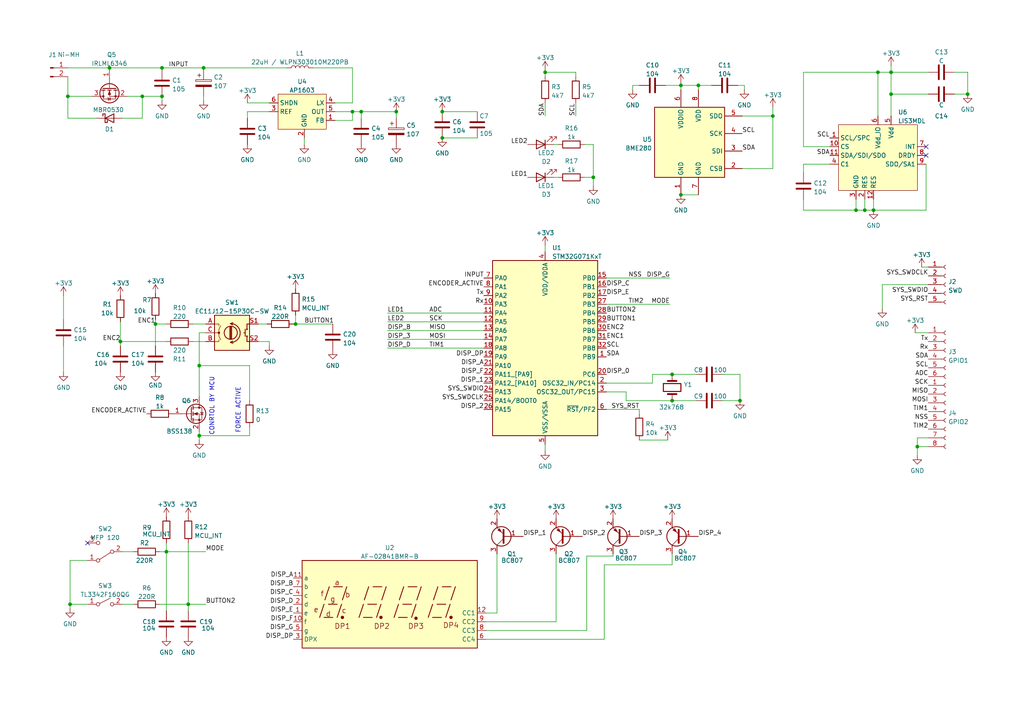
<source format=kicad_sch>
(kicad_sch (version 20211123) (generator eeschema)
  (paper "A4")
  (lib_symbols
    (symbol "BartLib_Sensors:LIS3MDL"
      (property "Reference" "U" (at -10.16 5.08 0))
      (property "Value" "LIS3MDL" (at -7.62 2.54 0))
      (symbol "LIS3MDL_1_1"
        (pin input line (at -11.43 -3.81 0) (length 2.54) (name "SCL/SPC") (number "1"))
        (pin input line (at -11.43 -6.35 0) (length 2.54) (name "CS") (number "10"))
        (pin bidirectional line (at -11.43 -8.89 0) (length 2.54) (name "SDA/SDI/SDO") (number "11"))
        (pin input line (at 1.27 -21.59 90) (length 2.54) (name "RES") (number "12"))
        (pin input line (at -1.27 -21.59 90) (length 2.54) (name "RES") (number "2"))
        (pin power_in line (at -3.81 -21.59 90) (length 2.54) (name "GND") (number "3"))
        (pin bidirectional line (at -11.43 -11.43 0) (length 2.54) (name "C1") (number "4"))
        (pin power_in line (at 6.35 2.54 270) (length 2.54) (name "Vdd") (number "5"))
        (pin power_in line (at 2.54 2.54 270) (length 2.54) (name "Vdd_IO") (number "6"))
        (pin output line (at 16.51 -6.35 180) (length 2.54) (name "INT") (number "7"))
        (pin output line (at 16.51 -8.89 180) (length 2.54) (name "DRDY") (number "8"))
        (pin bidirectional line (at 16.51 -11.43 180) (length 2.54) (name "SDO/SA1") (number "9"))
      )
    )
    (symbol "BartLib_Supply:AP1603"
      (property "Reference" "U" (at 0 7.62 0))
      (property "Value" "AP1603" (at 1.27 5.08 0))
      (symbol "AP1603_1_1"
        (pin input line (at 8.89 -3.81 180) (length 2.54) (name "FB") (number "1"))
        (pin power_in line (at 0 -8.89 90) (length 2.54) (name "GND") (number "2"))
        (pin input line (at -10.16 -1.27 0) (length 2.54) (name "REF") (number "3"))
        (pin output line (at 8.89 1.27 180) (length 2.54) (name "LX") (number "4"))
        (pin power_out line (at 8.89 -1.27 180) (length 2.54) (name "OUT") (number "5"))
        (pin input line (at -10.16 1.27 0) (length 2.54) (name "SHDN") (number "6"))
      )
    )
    (symbol "Connector:Conn_01x02_Male" (pin_names (offset 1.016) hide)
      (property "Reference" "J" (at 0 2.54 0))
      (property "Value" "Conn_01x02_Male" (at 0 -5.08 0))
      (symbol "Conn_01x02_Male_1_1"
        (pin passive line (at 5.08 0 180) (length 3.81) (name "Pin_1") (number "1"))
        (pin passive line (at 5.08 -2.54 180) (length 3.81) (name "Pin_2") (number "2"))
      )
    )
    (symbol "Connector:Conn_01x05_Female" (pin_names (offset 1.016) hide)
      (property "Reference" "J" (at 0 7.62 0))
      (property "Value" "Conn_01x05_Female" (at 0 -7.62 0))
      (symbol "Conn_01x05_Female_1_1"
        (pin passive line (at -5.08 5.08 0) (length 3.81) (name "Pin_1") (number "1"))
        (pin passive line (at -5.08 2.54 0) (length 3.81) (name "Pin_2") (number "2"))
        (pin passive line (at -5.08 0 0) (length 3.81) (name "Pin_3") (number "3"))
        (pin passive line (at -5.08 -2.54 0) (length 3.81) (name "Pin_4") (number "4"))
        (pin passive line (at -5.08 -5.08 0) (length 3.81) (name "Pin_5") (number "5"))
      )
    )
    (symbol "Connector:Conn_01x06_Female" (pin_names (offset 1.016) hide)
      (property "Reference" "J" (at 0 7.62 0))
      (property "Value" "Conn_01x06_Female" (at 0 -10.16 0))
      (symbol "Conn_01x06_Female_1_1"
        (pin passive line (at -5.08 5.08 0) (length 3.81) (name "Pin_1") (number "1"))
        (pin passive line (at -5.08 2.54 0) (length 3.81) (name "Pin_2") (number "2"))
        (pin passive line (at -5.08 0 0) (length 3.81) (name "Pin_3") (number "3"))
        (pin passive line (at -5.08 -2.54 0) (length 3.81) (name "Pin_4") (number "4"))
        (pin passive line (at -5.08 -5.08 0) (length 3.81) (name "Pin_5") (number "5"))
        (pin passive line (at -5.08 -7.62 0) (length 3.81) (name "Pin_6") (number "6"))
      )
    )
    (symbol "Connector:Conn_01x08_Female" (pin_names (offset 1.016) hide)
      (property "Reference" "J" (at 0 10.16 0))
      (property "Value" "Conn_01x08_Female" (at 0 -12.7 0))
      (symbol "Conn_01x08_Female_1_1"
        (pin passive line (at -5.08 7.62 0) (length 3.81) (name "Pin_1") (number "1"))
        (pin passive line (at -5.08 5.08 0) (length 3.81) (name "Pin_2") (number "2"))
        (pin passive line (at -5.08 2.54 0) (length 3.81) (name "Pin_3") (number "3"))
        (pin passive line (at -5.08 0 0) (length 3.81) (name "Pin_4") (number "4"))
        (pin passive line (at -5.08 -2.54 0) (length 3.81) (name "Pin_5") (number "5"))
        (pin passive line (at -5.08 -5.08 0) (length 3.81) (name "Pin_6") (number "6"))
        (pin passive line (at -5.08 -7.62 0) (length 3.81) (name "Pin_7") (number "7"))
        (pin passive line (at -5.08 -10.16 0) (length 3.81) (name "Pin_8") (number "8"))
      )
    )
    (symbol "Device:C" (pin_numbers hide) (pin_names (offset 0.254))
      (property "Reference" "C" (at 0.635 2.54 0))
      (property "Value" "C" (at 0.635 -2.54 0))
      (symbol "C_1_1"
        (pin passive line (at 0 3.81 270) (length 2.794) (name "~") (number "1"))
        (pin passive line (at 0 -3.81 90) (length 2.794) (name "~") (number "2"))
      )
    )
    (symbol "Device:C_Polarized" (pin_numbers hide) (pin_names (offset 0.254))
      (property "Reference" "C" (at 0.635 2.54 0))
      (property "Value" "C_Polarized" (at 0.635 -2.54 0))
      (symbol "C_Polarized_1_1"
        (pin passive line (at 0 3.81 270) (length 2.794) (name "~") (number "1"))
        (pin passive line (at 0 -3.81 90) (length 2.794) (name "~") (number "2"))
      )
    )
    (symbol "Device:Crystal" (pin_numbers hide) (pin_names (offset 1.016) hide)
      (property "Reference" "Y" (at 0 3.81 0))
      (property "Value" "Crystal" (at 0 -3.81 0))
      (symbol "Crystal_1_1"
        (pin passive line (at -3.81 0 0) (length 1.27) (name "1") (number "1"))
        (pin passive line (at 3.81 0 180) (length 1.27) (name "2") (number "2"))
      )
    )
    (symbol "Device:D_Schottky" (pin_numbers hide) (pin_names (offset 1.016) hide)
      (property "Reference" "D" (at 0 2.54 0))
      (property "Value" "D_Schottky" (at 0 -2.54 0))
      (symbol "D_Schottky_1_1"
        (pin passive line (at -3.81 0 0) (length 2.54) (name "K") (number "1"))
        (pin passive line (at 3.81 0 180) (length 2.54) (name "A") (number "2"))
      )
    )
    (symbol "Device:L" (pin_numbers hide) (pin_names (offset 1.016) hide)
      (property "Reference" "L" (at -1.27 0 90))
      (property "Value" "L" (at 1.905 0 90))
      (symbol "L_1_1"
        (pin passive line (at 0 3.81 270) (length 1.27) (name "1") (number "1"))
        (pin passive line (at 0 -3.81 90) (length 1.27) (name "2") (number "2"))
      )
    )
    (symbol "Device:LED" (pin_numbers hide) (pin_names (offset 1.016) hide)
      (property "Reference" "D" (at 0 2.54 0))
      (property "Value" "LED" (at 0 -2.54 0))
      (symbol "LED_1_1"
        (pin passive line (at -3.81 0 0) (length 2.54) (name "K") (number "1"))
        (pin passive line (at 3.81 0 180) (length 2.54) (name "A") (number "2"))
      )
    )
    (symbol "Device:Q_NMOS_GSD" (pin_names (offset 0) hide)
      (property "Reference" "Q" (at 5.08 1.27 0))
      (property "Value" "Q_NMOS_GSD" (at 5.08 -1.27 0))
      (symbol "Q_NMOS_GSD_1_1"
        (pin input line (at -5.08 0 0) (length 2.54) (name "G") (number "1"))
        (pin passive line (at 2.54 -5.08 90) (length 2.54) (name "S") (number "2"))
        (pin passive line (at 2.54 5.08 270) (length 2.54) (name "D") (number "3"))
      )
    )
    (symbol "Device:R" (pin_numbers hide) (pin_names (offset 0))
      (property "Reference" "R" (at 2.032 0 90))
      (property "Value" "R" (at 0 0 90))
      (symbol "R_1_1"
        (pin passive line (at 0 3.81 270) (length 1.27) (name "~") (number "1"))
        (pin passive line (at 0 -3.81 90) (length 1.27) (name "~") (number "2"))
      )
    )
    (symbol "Device:RotaryEncoder_Switch" (pin_names (offset 0.254) hide)
      (property "Reference" "SW" (at 0 6.604 0))
      (property "Value" "RotaryEncoder_Switch" (at 0 -6.604 0))
      (symbol "RotaryEncoder_Switch_1_1"
        (pin passive line (at -7.62 2.54 0) (length 2.54) (name "A") (number "A"))
        (pin passive line (at -7.62 -2.54 0) (length 2.54) (name "B") (number "B"))
        (pin passive line (at -7.62 0 0) (length 2.54) (name "C") (number "C"))
        (pin passive line (at 7.62 2.54 180) (length 2.54) (name "S1") (number "S1"))
        (pin passive line (at 7.62 -2.54 180) (length 2.54) (name "S2") (number "S2"))
      )
    )
    (symbol "Display_Character:CC56-12EWA"
      (property "Reference" "U" (at -24.13 13.97 0))
      (property "Value" "CC56-12EWA" (at 19.05 13.97 0))
      (symbol "CC56-12EWA_0_0"
        (text "a" (at -15.24 6.35 0) (effects (font (size 1.524 1.524))))
        (text "b" (at -12.192 2.794 0) (effects (font (size 1.524 1.524))))
        (text "c" (at -13.208 -1.778 0) (effects (font (size 1.524 1.524))))
        (text "d" (at -17.78 -2.794 0) (effects (font (size 1.524 1.524))))
        (text "DP1" (at -13.716 -6.35 0) (effects (font (size 1.524 1.524))))
        (text "DP2" (at -2.286 -6.35 0) (effects (font (size 1.524 1.524))))
        (text "DP3" (at 7.62 -6.35 0) (effects (font (size 1.524 1.524))))
        (text "DP4" (at 17.78 -6.096 0) (effects (font (size 1.524 1.524))))
        (text "e" (at -21.336 -1.524 0) (effects (font (size 1.524 1.524))))
        (text "f" (at -19.558 3.048 0) (effects (font (size 1.524 1.524))))
        (text "g" (at -16.51 1.524 0) (effects (font (size 1.524 1.524))))
      )
      (symbol "CC56-12EWA_1_1"
        (pin input line (at -27.94 -2.54 0) (length 2.54) (name "e") (number "1"))
        (pin input line (at -27.94 -5.08 0) (length 2.54) (name "f") (number "10"))
        (pin input line (at -27.94 7.62 0) (length 2.54) (name "a") (number "11"))
        (pin input line (at 27.94 -2.54 180) (length 2.54) (name "CC1") (number "12"))
        (pin input line (at -27.94 0 0) (length 2.54) (name "d") (number "2"))
        (pin input line (at -27.94 -10.16 0) (length 2.54) (name "DPX") (number "3"))
        (pin input line (at -27.94 2.54 0) (length 2.54) (name "c") (number "4"))
        (pin input line (at -27.94 -7.62 0) (length 2.54) (name "g") (number "5"))
        (pin input line (at 27.94 -10.16 180) (length 2.54) (name "CC4") (number "6"))
        (pin input line (at -27.94 5.08 0) (length 2.54) (name "b") (number "7"))
        (pin input line (at 27.94 -7.62 180) (length 2.54) (name "CC3") (number "8"))
        (pin input line (at 27.94 -5.08 180) (length 2.54) (name "CC2") (number "9"))
      )
    )
    (symbol "MCU_ST_STM32G0:STM32G071KxT"
      (property "Reference" "U" (at -15.24 26.67 0))
      (property "Value" "STM32G071KxT" (at 1.27 26.67 0))
      (symbol "STM32G071KxT_1_1"
        (pin bidirectional line (at 17.78 -2.54 180) (length 2.54) (name "PB9") (number "1"))
        (pin bidirectional line (at -17.78 12.7 0) (length 2.54) (name "PA3") (number "10"))
        (pin bidirectional line (at -17.78 10.16 0) (length 2.54) (name "PA4") (number "11"))
        (pin bidirectional line (at -17.78 7.62 0) (length 2.54) (name "PA5") (number "12"))
        (pin bidirectional line (at -17.78 5.08 0) (length 2.54) (name "PA6") (number "13"))
        (pin bidirectional line (at -17.78 2.54 0) (length 2.54) (name "PA7") (number "14"))
        (pin bidirectional line (at 17.78 20.32 180) (length 2.54) (name "PB0") (number "15"))
        (pin bidirectional line (at 17.78 17.78 180) (length 2.54) (name "PB1") (number "16"))
        (pin bidirectional line (at 17.78 15.24 180) (length 2.54) (name "PB2") (number "17"))
        (pin bidirectional line (at -17.78 0 0) (length 2.54) (name "PA8") (number "18"))
        (pin bidirectional line (at -17.78 -2.54 0) (length 2.54) (name "PA9") (number "19"))
        (pin bidirectional line (at 17.78 -10.16 180) (length 2.54) (name "OSC32_IN/PC14") (number "2"))
        (pin bidirectional line (at 17.78 -7.62 180) (length 2.54) (name "PC6") (number "20"))
        (pin bidirectional line (at -17.78 -5.08 0) (length 2.54) (name "PA10") (number "21"))
        (pin bidirectional line (at -17.78 -7.62 0) (length 2.54) (name "PA11_[PA9]") (number "22"))
        (pin bidirectional line (at -17.78 -10.16 0) (length 2.54) (name "PA12_[PA10]") (number "23"))
        (pin bidirectional line (at -17.78 -12.7 0) (length 2.54) (name "PA13") (number "24"))
        (pin bidirectional line (at -17.78 -15.24 0) (length 2.54) (name "PA14/BOOT0") (number "25"))
        (pin bidirectional line (at -17.78 -17.78 0) (length 2.54) (name "PA15") (number "26"))
        (pin bidirectional line (at 17.78 12.7 180) (length 2.54) (name "PB3") (number "27"))
        (pin bidirectional line (at 17.78 10.16 180) (length 2.54) (name "PB4") (number "28"))
        (pin bidirectional line (at 17.78 7.62 180) (length 2.54) (name "PB5") (number "29"))
        (pin bidirectional line (at 17.78 -12.7 180) (length 2.54) (name "OSC32_OUT/PC15") (number "3"))
        (pin bidirectional line (at 17.78 5.08 180) (length 2.54) (name "PB6") (number "30"))
        (pin bidirectional line (at 17.78 2.54 180) (length 2.54) (name "PB7") (number "31"))
        (pin bidirectional line (at 17.78 0 180) (length 2.54) (name "PB8") (number "32"))
        (pin power_in line (at 0 27.94 270) (length 2.54) (name "VDD/VDDA") (number "4"))
        (pin power_in line (at 0 -27.94 90) (length 2.54) (name "VSS/VSSA") (number "5"))
        (pin bidirectional line (at 17.78 -17.78 180) (length 2.54) (name "~{RST}/PF2") (number "6"))
        (pin bidirectional line (at -17.78 20.32 0) (length 2.54) (name "PA0") (number "7"))
        (pin bidirectional line (at -17.78 17.78 0) (length 2.54) (name "PA1") (number "8"))
        (pin bidirectional line (at -17.78 15.24 0) (length 2.54) (name "PA2") (number "9"))
      )
    )
    (symbol "Sensor:BME280"
      (property "Reference" "U" (at -8.89 11.43 0))
      (property "Value" "BME280" (at 7.62 11.43 0))
      (symbol "BME280_1_1"
        (pin power_in line (at -2.54 -15.24 90) (length 5.08) (name "GND") (number "1"))
        (pin input line (at 15.24 -7.62 180) (length 5.08) (name "CSB") (number "2"))
        (pin bidirectional line (at 15.24 -2.54 180) (length 5.08) (name "SDI") (number "3"))
        (pin input line (at 15.24 2.54 180) (length 5.08) (name "SCK") (number "4"))
        (pin bidirectional line (at 15.24 7.62 180) (length 5.08) (name "SDO") (number "5"))
        (pin power_in line (at -2.54 15.24 270) (length 5.08) (name "VDDIO") (number "6"))
        (pin power_in line (at 2.54 -15.24 90) (length 5.08) (name "GND") (number "7"))
        (pin power_in line (at 2.54 15.24 270) (length 5.08) (name "VDD") (number "8"))
      )
    )
    (symbol "Switch:SW_SPDT" (pin_names (offset 0) hide)
      (property "Reference" "SW" (at 0 4.318 0))
      (property "Value" "SW_SPDT" (at 0 -5.08 0))
      (symbol "SW_SPDT_1_1"
        (pin passive line (at 5.08 2.54 180) (length 2.54) (name "A") (number "1"))
        (pin passive line (at -5.08 0 0) (length 2.54) (name "B") (number "2"))
        (pin passive line (at 5.08 -2.54 180) (length 2.54) (name "C") (number "3"))
      )
    )
    (symbol "Switch:SW_SPST" (pin_names (offset 0) hide)
      (property "Reference" "SW" (at 0 3.175 0))
      (property "Value" "SW_SPST" (at 0 -2.54 0))
      (symbol "SW_SPST_1_1"
        (pin passive line (at -5.08 0 0) (length 2.54) (name "A") (number "1"))
        (pin passive line (at 5.08 0 180) (length 2.54) (name "B") (number "2"))
      )
    )
    (symbol "Transistor_BJT:BC807" (pin_names (offset 0) hide)
      (property "Reference" "Q" (at 5.08 1.905 0))
      (property "Value" "BC807" (at 5.08 0 0))
      (symbol "BC807_1_1"
        (pin input line (at -5.08 0 0) (length 5.715) (name "B") (number "1"))
        (pin passive line (at 2.54 -5.08 90) (length 2.54) (name "E") (number "2"))
        (pin passive line (at 2.54 5.08 270) (length 2.54) (name "C") (number "3"))
      )
    )
    (symbol "power:+3V3" (power) (pin_names (offset 0))
      (property "Value" "+3V3" (at 0 3.556 0))
      (symbol "+3V3_1_1"
        (pin power_in line (at 0 0 90) (length 0) hide (name "+3V3") (number "1"))
      )
    )
    (symbol "power:GND" (power) (pin_names (offset 0))
      (property "Value" "GND" (at 0 -3.81 0))
      (symbol "GND_1_1"
        (pin power_in line (at 0 0 270) (length 0) hide (name "GND") (number "1"))
      )
    )
  )
  (junction (at 20.32 175.26))
  (junction (at 253.365 60.96))
  (junction (at 85.725 93.98))
  (junction (at 248.285 60.96))
  (junction (at 57.785 126.365))
  (junction (at 254.635 20.955))
  (junction (at 57.785 106.045))
  (junction (at 46.99 27.94))
  (junction (at 59.055 19.685))
  (junction (at 158.115 20.955))
  (junction (at 258.445 27.305))
  (junction (at 46.99 19.685))
  (junction (at 194.945 116.205))
  (junction (at 45.085 93.98))
  (junction (at 41.275 27.94))
  (junction (at 224.155 33.655))
  (junction (at 250.825 60.96))
  (junction (at 172.085 51.435))
  (junction (at 128.27 40.005))
  (junction (at 48.26 160.02))
  (junction (at 280.67 27.305))
  (junction (at 258.445 20.955))
  (junction (at 54.61 175.26))
  (junction (at 197.485 24.765))
  (junction (at 266.065 129.54))
  (junction (at 202.565 24.765))
  (junction (at 31.75 19.685))
  (junction (at 197.485 56.515))
  (junction (at 214.63 116.205))
  (junction (at 114.935 32.385))
  (junction (at 19.685 27.94))
  (junction (at 104.775 32.385))
  (junction (at 102.235 32.385))
  (junction (at 194.945 108.585))
  (junction (at 34.925 99.06))
  (junction (at 128.27 32.385))
  (no_connect (at 268.605 42.545))
  (no_connect (at 268.605 45.085))
  (no_connect (at 25.4 157.48))
  (wire (pts (xy 74.93 93.98) (xy 77.47 93.98)))
  (wire (pts (xy 35.56 34.29) (xy 41.275 34.29)))
  (wire (pts (xy 193.04 24.765) (xy 197.485 24.765)))
  (wire (pts (xy 175.895 80.645) (xy 194.31 80.645)))
  (wire (pts (xy 41.275 34.29) (xy 41.275 27.94)))
  (wire (pts (xy 90.805 19.685) (xy 102.235 19.685)))
  (wire (pts (xy 112.395 90.805) (xy 140.335 90.805)))
  (wire (pts (xy 57.785 126.365) (xy 72.39 126.365)))
  (wire (pts (xy 280.67 20.955) (xy 280.67 27.305)))
  (wire (pts (xy 71.755 29.845) (xy 78.105 29.845)))
  (wire (pts (xy 34.925 100.33) (xy 34.925 99.06)))
  (wire (pts (xy 172.085 51.435) (xy 172.085 53.975)))
  (wire (pts (xy 57.785 125.095) (xy 57.785 126.365)))
  (wire (pts (xy 233.045 57.785) (xy 233.045 60.96)))
  (wire (pts (xy 215.265 33.655) (xy 224.155 33.655)))
  (wire (pts (xy 35.56 160.02) (xy 38.735 160.02)))
  (wire (pts (xy 268.605 60.96) (xy 253.365 60.96)))
  (wire (pts (xy 265.43 96.52) (xy 269.24 96.52)))
  (wire (pts (xy 59.055 19.685) (xy 59.055 20.32)))
  (wire (pts (xy 114.935 32.385) (xy 114.935 34.29)))
  (wire (pts (xy 112.395 100.965) (xy 140.335 100.965)))
  (wire (pts (xy 128.27 32.385) (xy 138.43 32.385)))
  (wire (pts (xy 169.545 51.435) (xy 172.085 51.435)))
  (wire (pts (xy 224.155 33.655) (xy 224.155 31.115)))
  (wire (pts (xy 161.29 160.655) (xy 161.29 180.34)))
  (wire (pts (xy 55.88 93.98) (xy 59.69 93.98)))
  (wire (pts (xy 175.895 118.745) (xy 185.42 118.745)))
  (wire (pts (xy 85.725 91.44) (xy 85.725 93.98)))
  (wire (pts (xy 175.26 185.42) (xy 175.26 163.83)))
  (wire (pts (xy 20.32 162.56) (xy 25.4 162.56)))
  (wire (pts (xy 19.685 34.29) (xy 19.685 27.94)))
  (wire (pts (xy 85.09 93.98) (xy 85.725 93.98)))
  (wire (pts (xy 175.895 113.665) (xy 181.61 113.665)))
  (wire (pts (xy 189.23 111.125) (xy 189.23 108.585)))
  (wire (pts (xy 55.88 99.06) (xy 59.69 99.06)))
  (wire (pts (xy 209.55 108.585) (xy 214.63 108.585)))
  (wire (pts (xy 36.83 27.94) (xy 41.275 27.94)))
  (wire (pts (xy 88.265 40.005) (xy 88.265 41.91)))
  (wire (pts (xy 71.755 32.385) (xy 78.105 32.385)))
  (wire (pts (xy 45.085 92.71) (xy 45.085 93.98)))
  (wire (pts (xy 194.945 108.585) (xy 201.93 108.585)))
  (wire (pts (xy 202.565 24.765) (xy 202.565 26.035)))
  (wire (pts (xy 248.285 57.785) (xy 248.285 60.96)))
  (wire (pts (xy 169.545 41.91) (xy 172.085 41.91)))
  (wire (pts (xy 158.115 71.12) (xy 158.115 73.025)))
  (wire (pts (xy 175.895 88.265) (xy 194.31 88.265)))
  (wire (pts (xy 104.775 32.385) (xy 104.775 34.29)))
  (wire (pts (xy 31.75 19.685) (xy 46.99 19.685)))
  (wire (pts (xy 34.925 93.345) (xy 34.925 99.06)))
  (wire (pts (xy 18.415 85.725) (xy 18.415 92.71)))
  (wire (pts (xy 266.065 129.54) (xy 269.24 129.54)))
  (wire (pts (xy 197.485 24.13) (xy 197.485 24.765)))
  (wire (pts (xy 41.275 27.94) (xy 46.99 27.94)))
  (wire (pts (xy 112.395 98.425) (xy 140.335 98.425)))
  (wire (pts (xy 158.115 20.32) (xy 158.115 20.955)))
  (wire (pts (xy 181.61 116.205) (xy 194.945 116.205)))
  (wire (pts (xy 102.235 19.685) (xy 102.235 29.845)))
  (wire (pts (xy 45.085 93.98) (xy 45.085 100.33)))
  (wire (pts (xy 255.905 82.55) (xy 269.24 82.55)))
  (wire (pts (xy 172.085 41.91) (xy 172.085 51.435)))
  (wire (pts (xy 74.93 99.06) (xy 78.105 99.06)))
  (wire (pts (xy 158.115 29.845) (xy 158.115 33.655)))
  (wire (pts (xy 102.235 32.385) (xy 104.775 32.385)))
  (wire (pts (xy 31.75 19.685) (xy 31.75 20.32)))
  (wire (pts (xy 250.825 57.785) (xy 250.825 60.96)))
  (wire (pts (xy 258.445 27.305) (xy 269.24 27.305)))
  (wire (pts (xy 215.9 26.035) (xy 215.9 24.765)))
  (wire (pts (xy 215.265 48.895) (xy 224.155 48.895)))
  (wire (pts (xy 267.335 77.47) (xy 269.24 77.47)))
  (wire (pts (xy 20.32 175.26) (xy 25.4 175.26)))
  (wire (pts (xy 276.86 20.955) (xy 280.67 20.955)))
  (wire (pts (xy 140.97 177.8) (xy 144.145 177.8)))
  (wire (pts (xy 72.39 106.045) (xy 57.785 106.045)))
  (wire (pts (xy 160.655 41.91) (xy 161.925 41.91)))
  (wire (pts (xy 258.445 33.655) (xy 258.445 27.305)))
  (wire (pts (xy 197.485 24.765) (xy 202.565 24.765)))
  (wire (pts (xy 140.97 185.42) (xy 175.26 185.42)))
  (wire (pts (xy 253.365 57.785) (xy 253.365 60.96)))
  (wire (pts (xy 102.235 32.385) (xy 97.155 32.385)))
  (wire (pts (xy 189.23 108.585) (xy 194.945 108.585)))
  (wire (pts (xy 248.285 60.96) (xy 250.825 60.96)))
  (wire (pts (xy 215.9 24.765) (xy 213.995 24.765)))
  (wire (pts (xy 72.39 106.045) (xy 72.39 116.205)))
  (wire (pts (xy 183.515 26.035) (xy 183.515 24.765)))
  (wire (pts (xy 140.97 180.34) (xy 161.29 180.34)))
  (wire (pts (xy 167.005 29.845) (xy 167.005 33.655)))
  (wire (pts (xy 85.725 93.98) (xy 96.52 93.98)))
  (wire (pts (xy 46.355 160.02) (xy 48.26 160.02)))
  (wire (pts (xy 140.97 182.88) (xy 170.18 182.88)))
  (wire (pts (xy 48.26 160.02) (xy 59.69 160.02)))
  (wire (pts (xy 104.775 32.385) (xy 114.935 32.385)))
  (wire (pts (xy 175.895 111.125) (xy 189.23 111.125)))
  (wire (pts (xy 57.785 126.365) (xy 57.785 127.635)))
  (wire (pts (xy 46.99 19.685) (xy 59.055 19.685)))
  (wire (pts (xy 46.99 27.94) (xy 46.99 29.21)))
  (wire (pts (xy 158.115 20.955) (xy 158.115 22.225)))
  (wire (pts (xy 254.635 20.955) (xy 258.445 20.955)))
  (wire (pts (xy 57.785 106.045) (xy 57.785 114.935)))
  (wire (pts (xy 72.39 126.365) (xy 72.39 123.825)))
  (wire (pts (xy 266.065 127) (xy 269.24 127)))
  (wire (pts (xy 112.395 95.885) (xy 140.335 95.885)))
  (wire (pts (xy 18.415 100.33) (xy 18.415 107.95)))
  (wire (pts (xy 78.105 99.06) (xy 78.105 100.33)))
  (wire (pts (xy 35.56 175.26) (xy 38.735 175.26)))
  (wire (pts (xy 57.785 96.52) (xy 57.785 106.045)))
  (wire (pts (xy 97.155 34.925) (xy 102.235 34.925)))
  (wire (pts (xy 197.485 24.765) (xy 197.485 26.035)))
  (wire (pts (xy 128.27 40.005) (xy 138.43 40.005)))
  (wire (pts (xy 20.32 176.53) (xy 20.32 175.26)))
  (wire (pts (xy 112.395 93.345) (xy 140.335 93.345)))
  (wire (pts (xy 233.045 42.545) (xy 233.045 20.955)))
  (wire (pts (xy 45.085 93.98) (xy 48.26 93.98)))
  (wire (pts (xy 181.61 113.665) (xy 181.61 116.205)))
  (wire (pts (xy 160.655 51.435) (xy 161.925 51.435)))
  (wire (pts (xy 59.055 27.94) (xy 59.055 29.21)))
  (wire (pts (xy 54.61 175.26) (xy 54.61 177.165)))
  (wire (pts (xy 183.515 24.765) (xy 185.42 24.765)))
  (wire (pts (xy 185.42 118.745) (xy 185.42 120.015)))
  (wire (pts (xy 250.825 60.96) (xy 253.365 60.96)))
  (wire (pts (xy 197.485 56.515) (xy 202.565 56.515)))
  (wire (pts (xy 34.925 99.06) (xy 48.26 99.06)))
  (wire (pts (xy 167.005 20.955) (xy 167.005 22.225)))
  (wire (pts (xy 46.355 175.26) (xy 54.61 175.26)))
  (wire (pts (xy 214.63 108.585) (xy 214.63 116.205)))
  (wire (pts (xy 177.8 161.29) (xy 177.8 160.655)))
  (wire (pts (xy 19.685 19.685) (xy 31.75 19.685)))
  (wire (pts (xy 185.42 127.635) (xy 193.675 127.635)))
  (wire (pts (xy 266.065 132.08) (xy 266.065 129.54)))
  (wire (pts (xy 233.045 50.165) (xy 233.045 47.625)))
  (wire (pts (xy 158.115 128.905) (xy 158.115 130.81)))
  (wire (pts (xy 258.445 27.305) (xy 258.445 20.955)))
  (wire (pts (xy 175.26 163.83) (xy 194.945 163.83)))
  (wire (pts (xy 268.605 47.625) (xy 268.605 60.96)))
  (wire (pts (xy 254.635 33.655) (xy 254.635 20.955)))
  (wire (pts (xy 255.905 82.55) (xy 255.905 89.535)))
  (wire (pts (xy 102.235 34.925) (xy 102.235 32.385)))
  (wire (pts (xy 59.055 19.685) (xy 83.185 19.685)))
  (wire (pts (xy 20.32 175.26) (xy 20.32 162.56)))
  (wire (pts (xy 258.445 20.955) (xy 269.24 20.955)))
  (wire (pts (xy 170.18 182.88) (xy 170.18 161.29)))
  (wire (pts (xy 48.26 160.02) (xy 48.26 177.165)))
  (wire (pts (xy 258.445 19.05) (xy 258.445 20.955)))
  (wire (pts (xy 240.665 42.545) (xy 233.045 42.545)))
  (wire (pts (xy 194.945 163.83) (xy 194.945 160.655)))
  (wire (pts (xy 276.86 27.305) (xy 280.67 27.305)))
  (wire (pts (xy 57.785 96.52) (xy 59.69 96.52)))
  (wire (pts (xy 209.55 116.205) (xy 214.63 116.205)))
  (wire (pts (xy 233.045 60.96) (xy 248.285 60.96)))
  (wire (pts (xy 224.155 33.655) (xy 224.155 48.895)))
  (wire (pts (xy 233.045 20.955) (xy 254.635 20.955)))
  (wire (pts (xy 54.61 157.48) (xy 54.61 175.26)))
  (wire (pts (xy 266.065 129.54) (xy 266.065 127)))
  (wire (pts (xy 194.945 116.205) (xy 201.93 116.205)))
  (wire (pts (xy 71.755 34.29) (xy 71.755 32.385)))
  (wire (pts (xy 48.26 157.48) (xy 48.26 160.02)))
  (wire (pts (xy 233.045 47.625) (xy 240.665 47.625)))
  (wire (pts (xy 144.145 160.655) (xy 144.145 177.8)))
  (wire (pts (xy 27.94 34.29) (xy 19.685 34.29)))
  (wire (pts (xy 102.235 29.845) (xy 97.155 29.845)))
  (wire (pts (xy 54.61 175.26) (xy 59.69 175.26)))
  (wire (pts (xy 158.115 20.955) (xy 167.005 20.955)))
  (wire (pts (xy 19.685 22.225) (xy 19.685 27.94)))
  (wire (pts (xy 46.99 19.685) (xy 46.99 20.32)))
  (wire (pts (xy 170.18 161.29) (xy 177.8 161.29)))
  (wire (pts (xy 202.565 24.765) (xy 206.375 24.765)))
  (wire (pts (xy 19.685 27.94) (xy 26.67 27.94)))
  (text "FORCE ACTIVE" (at 69.85 125.73 90) (effects (font (size 1.27 1.27)) (justify left bottom)))
  (text "CONRTOL BY MCU" (at 62.23 126.365 90) (effects (font (size 1.27 1.27)) (justify left bottom)))
  (label "BUTTON1" (at 175.895 93.345 0))
  (label "DISP_DP" (at 85.09 185.42 180))
  (label "BUTTON1" (at 88.265 93.98 0))
  (label "ADC" (at 269.24 109.22 180))
  (label "DISP_3" (at 185.42 155.575 0))
  (label "DISP_0" (at 175.895 108.585 0))
  (label "LED1" (at 112.395 90.805 0))
  (label "DISP_C" (at 85.09 172.72 180))
  (label "ENC2" (at 34.925 99.06 180))
  (label "SCL" (at 175.895 100.965 0))
  (label "SYS_SWDIO" (at 269.24 85.09 180))
  (label "TIM2" (at 182.245 88.265 0))
  (label "INPUT" (at 140.335 80.645 180))
  (label "ENC1" (at 175.895 98.425 0))
  (label "DISP_A" (at 140.335 106.045 180))
  (label "ENCODER_ACTIVE" (at 140.335 83.185 180))
  (label "SCL" (at 167.005 33.655 90))
  (label "BUTTON2" (at 175.895 90.805 0))
  (label "SYS_SWDIO" (at 140.335 113.665 180))
  (label "MISO" (at 269.24 114.3 180))
  (label "Rx" (at 140.335 88.265 180))
  (label "DISP_F" (at 85.09 180.34 180))
  (label "BUTTON2" (at 59.69 175.26 0))
  (label "DISP_DP" (at 140.335 103.505 180))
  (label "DISP_A" (at 85.09 167.64 180))
  (label "SCK" (at 269.24 111.76 180))
  (label "DISP_G" (at 85.09 182.88 180))
  (label "DISP_4" (at 202.565 155.575 0))
  (label "Tx" (at 269.24 99.06 180))
  (label "TIM1" (at 124.46 100.965 0))
  (label "LED1" (at 153.035 51.435 180))
  (label "DISP_3" (at 112.395 98.425 0))
  (label "Tx" (at 140.335 85.725 180))
  (label "DISP_E" (at 85.09 177.8 180))
  (label "ENCODER_ACTIVE" (at 42.545 120.015 180))
  (label "SYS_RST" (at 269.24 87.63 180))
  (label "DISP_C" (at 175.895 83.185 0))
  (label "Rx" (at 269.24 101.6 180))
  (label "DISP_B" (at 112.395 95.885 0))
  (label "TIM1" (at 269.24 119.38 180))
  (label "SDA" (at 269.24 104.14 180))
  (label "DISP_D" (at 85.09 175.26 180))
  (label "MODE" (at 59.69 160.02 0))
  (label "SCL" (at 240.665 40.005 180))
  (label "DISP_E" (at 175.895 85.725 0))
  (label "SDA" (at 240.665 45.085 180))
  (label "DISP_1" (at 151.765 155.575 0))
  (label "DISP_F" (at 140.335 108.585 180))
  (label "SCL" (at 215.265 38.735 0))
  (label "SDA" (at 175.895 103.505 0))
  (label "DISP_2" (at 168.91 155.575 0))
  (label "ADC" (at 124.46 90.805 0))
  (label "ENC1" (at 45.085 93.98 180))
  (label "TIM2" (at 269.24 124.46 180))
  (label "INPUT" (at 48.895 19.685 0))
  (label "LED2" (at 153.035 41.91 180))
  (label "DISP_G" (at 194.31 80.645 180))
  (label "SCL" (at 269.24 106.68 180))
  (label "ENC2" (at 175.895 95.885 0))
  (label "NSS" (at 182.245 80.645 0))
  (label "LED2" (at 112.395 93.345 0))
  (label "MOSI" (at 269.24 116.84 180))
  (label "NSS" (at 269.24 121.92 180))
  (label "MISO" (at 124.46 95.885 0))
  (label "SCK" (at 124.46 93.345 0))
  (label "DISP_2" (at 140.335 118.745 180))
  (label "SDA" (at 215.265 43.815 0))
  (label "SYS_RST" (at 185.42 118.745 180))
  (label "DISP_1" (at 140.335 111.125 180))
  (label "SDA" (at 158.115 33.655 90))
  (label "MODE" (at 194.31 88.265 180))
  (label "DISP_D" (at 112.395 100.965 0))
  (label "SYS_SWDCLK" (at 269.24 80.01 180))
  (label "SYS_SWDCLK" (at 140.335 116.205 180))
  (label "MOSI" (at 124.46 98.425 0))
  (label "DISP_B" (at 85.09 170.18 180))
  (symbol (lib_id "Device:C") (at 273.05 27.305 90) (unit 1)
    (property "Reference" "C14" (at 273.05 33.655 90))
    (property "Value" "C" (at 273.05 30.48 90))
    (property "Footprint" "Capacitor_SMD:C_0603_1608Metric" (effects hide))
  )
  (symbol (lib_id "power:+3V3") (at 193.675 127.635 0) (unit 1)
    (property "Reference" "#PWR0119" (effects hide))
    (property "Value" "+3V3" (at 193.675 124.0592 0))
  )
  (symbol (lib_id "Device:C") (at 189.23 24.765 270) (unit 1)
    (property "Reference" "C10" (at 189.23 18.9062 90))
    (property "Value" "104" (at 189.23 21.4431 90))
    (property "Footprint" "Capacitor_SMD:C_0603_1608Metric" (effects hide))
  )
  (symbol (lib_id "Device:R") (at 52.07 99.06 90) (unit 1)
    (property "Reference" "R11" (at 52.07 104.14 90))
    (property "Value" "220" (at 52.07 101.6 90))
    (property "Footprint" "Resistor_SMD:R_0603_1608Metric" (effects hide))
  )
  (symbol (lib_id "power:GND") (at 57.785 127.635 0) (unit 1)
    (property "Reference" "#PWR0139" (effects hide))
    (property "Value" "GND" (at 57.785 132.0784 0))
  )
  (symbol (lib_id "power:GND") (at 54.61 184.785 0) (unit 1)
    (property "Reference" "#PWR0143" (effects hide))
    (property "Value" "GND" (at 54.61 189.2284 0))
  )
  (symbol (lib_id "Device:C_Polarized") (at 114.935 38.1 0) (unit 1)
    (property "Reference" "C5" (at 117.856 36.3763 0) (effects (justify left)))
    (property "Value" "107" (at 117.856 38.9132 0) (effects (justify left)))
    (property "Footprint" "Capacitor_THT:CP_Radial_D8.0mm_P3.50mm" (effects hide))
  )
  (symbol (lib_id "Device:R") (at 46.355 120.015 90) (unit 1)
    (property "Reference" "R8" (at 46.355 115.2992 90))
    (property "Value" "1k" (at 46.355 117.8361 90))
    (property "Footprint" "Resistor_SMD:R_0603_1608Metric" (effects hide))
  )
  (symbol (lib_id "power:GND") (at 215.9 26.035 0) (unit 1)
    (property "Reference" "#PWR0126" (effects hide))
    (property "Value" "GND" (at 215.9 30.4784 0))
  )
  (symbol (lib_id "Connector:Conn_01x08_Female") (at 274.32 119.38 0) (unit 1)
    (property "Reference" "J4" (at 275.0312 119.8153 0) (effects (justify left)))
    (property "Value" "GPIO2" (at 275.0312 122.3522 0) (effects (justify left)))
    (property "Footprint" "Connector_PinHeader_2.54mm:PinHeader_1x08_P2.54mm_Vertical" (effects hide))
  )
  (symbol (lib_id "Switch:SW_SPDT") (at 30.48 160.02 180) (unit 1)
    (property "Reference" "SW2" (at 30.48 153.3992 0))
    (property "Value" "MFP 120" (at 30.48 155.9361 0))
    (property "Footprint" "BartLib_Switch:MFP 120" (effects hide))
  )
  (symbol (lib_id "Device:C_Polarized") (at 59.055 24.13 0) (unit 1)
    (property "Reference" "C2" (at 61.976 22.4063 0) (effects (justify left)))
    (property "Value" "107" (at 61.976 24.9432 0) (effects (justify left)))
    (property "Footprint" "Capacitor_THT:CP_Radial_D8.0mm_P3.50mm" (effects hide))
  )
  (symbol (lib_id "power:GND") (at 48.26 184.785 0) (unit 1)
    (property "Reference" "#PWR0144" (effects hide))
    (property "Value" "GND" (at 48.26 189.2284 0))
  )
  (symbol (lib_id "Device:C") (at 233.045 53.975 0) (unit 1)
    (property "Reference" "C12" (at 235.966 53.1403 0) (effects (justify left)))
    (property "Value" "104" (at 235.966 55.6772 0) (effects (justify left)))
    (property "Footprint" "Capacitor_SMD:C_0603_1608Metric" (effects hide))
  )
  (symbol (lib_id "Display_Character:CC56-12EWA") (at 113.03 175.26 0) (unit 1)
    (property "Reference" "U2" (at 113.03 158.8602 0))
    (property "Value" "AF-02841BMR-B" (at 113.03 161.3971 0))
    (property "Footprint" "BartLib_Display:LED 7.2mm SMD" (effects hide))
    (property "Datasheet" "http://www.kingbrightusa.com/images/catalog/SPEC/CA56-12EWA.pdf" (effects hide))
  )
  (symbol (lib_id "power:+3V3") (at 48.26 149.86 0) (unit 1)
    (property "Reference" "#PWR0145" (effects hide))
    (property "Value" "+3V3" (at 48.26 146.2842 0))
  )
  (symbol (lib_id "Device:R") (at 52.07 93.98 90) (unit 1)
    (property "Reference" "R10" (at 52.07 89.2642 90))
    (property "Value" "220" (at 52.07 91.8011 90))
    (property "Footprint" "Resistor_SMD:R_0603_1608Metric" (effects hide))
  )
  (symbol (lib_id "power:GND") (at 20.32 176.53 0) (unit 1)
    (property "Reference" "#PWR0147" (effects hide))
    (property "Value" "GND" (at 20.32 180.9734 0))
  )
  (symbol (lib_id "Device:C") (at 71.755 38.1 0) (unit 1)
    (property "Reference" "C3" (at 74.676 37.2653 0) (effects (justify left)))
    (property "Value" "104" (at 74.676 39.8022 0) (effects (justify left)))
    (property "Footprint" "Capacitor_SMD:C_0603_1608Metric" (effects hide))
  )
  (symbol (lib_id "MCU_ST_STM32G0:STM32G071KxT") (at 158.115 100.965 0) (unit 1)
    (property "Reference" "U1" (at 160.1344 71.8652 0) (effects (justify left)))
    (property "Value" "STM32G071KxT" (at 160.1344 74.4021 0) (effects (justify left)))
    (property "Footprint" "Package_QFP:LQFP-32_7x7mm_P0.8mm" (effects hide))
    (property "Datasheet" "https://www.st.com/resource/en/datasheet/stm32g071kb.pdf" (effects hide))
  )
  (symbol (lib_id "Device:R") (at 48.26 153.67 0) (unit 1)
    (property "Reference" "R9" (at 41.275 153.035 0) (effects (justify left)))
    (property "Value" "MCU_INT" (at 41.275 154.94 0) (effects (justify left)))
    (property "Footprint" "Resistor_SMD:R_0603_1608Metric" (effects hide))
  )
  (symbol (lib_id "power:+3V3") (at 224.155 31.115 0) (unit 1)
    (property "Reference" "#PWR0127" (effects hide))
    (property "Value" "+3V3" (at 224.155 27.5392 0))
  )
  (symbol (lib_id "power:+3V3") (at 34.925 85.725 0) (unit 1)
    (property "Reference" "#PWR0140" (effects hide))
    (property "Value" "+3V3" (at 34.925 82.1492 0))
  )
  (symbol (lib_id "Device:Crystal") (at 194.945 112.395 90) (unit 1)
    (property "Reference" "Y1" (at 198.2724 111.5603 90) (effects (justify right)))
    (property "Value" "32k768" (at 191.135 118.11 90) (effects (justify right)))
    (property "Footprint" "Crystal:Crystal_C26-LF_D2.1mm_L6.5mm_Horizontal_1EP_style1" (effects hide))
  )
  (symbol (lib_id "power:+3V3") (at 177.8 150.495 0) (unit 1)
    (property "Reference" "#PWR0109" (effects hide))
    (property "Value" "+3V3" (at 177.8 146.939 0))
  )
  (symbol (lib_id "power:GND") (at 253.365 60.96 0) (unit 1)
    (property "Reference" "#PWR0122" (effects hide))
    (property "Value" "GND" (at 253.365 65.4034 0))
  )
  (symbol (lib_id "power:+3V3") (at 197.485 24.13 0) (unit 1)
    (property "Reference" "#PWR0123" (effects hide))
    (property "Value" "+3V3" (at 197.485 20.5542 0))
  )
  (symbol (lib_id "Device:R") (at 165.735 41.91 90) (unit 1)
    (property "Reference" "R16" (at 165.735 37.1942 90))
    (property "Value" "1k" (at 165.735 39.7311 90))
    (property "Footprint" "Resistor_SMD:R_0603_1608Metric" (effects hide))
  )
  (symbol (lib_id "BartLib_Sensors:LIS3MDL") (at 252.095 36.195 0) (unit 1)
    (property "Reference" "U6" (at 260.4644 32.546 0) (effects (justify left)))
    (property "Value" "LIS3MDL" (at 260.4644 35.0829 0) (effects (justify left)))
    (property "Footprint" "Package_LGA:LGA-12_2x2mm_P0.5mm" (effects hide))
  )
  (symbol (lib_id "Device:R") (at 54.61 153.67 0) (unit 1)
    (property "Reference" "R12" (at 56.388 152.8353 0) (effects (justify left)))
    (property "Value" "MCU_INT" (at 56.388 155.3722 0) (effects (justify left)))
    (property "Footprint" "Resistor_SMD:R_0603_1608Metric" (effects hide))
  )
  (symbol (lib_id "power:GND") (at 104.775 41.91 0) (unit 1)
    (property "Reference" "#PWR0113" (effects hide))
    (property "Value" "GND" (at 104.775 46.3534 0))
  )
  (symbol (lib_id "Device:C") (at 54.61 180.975 0) (unit 1)
    (property "Reference" "C19" (at 57.785 180.34 0) (effects (justify left)))
    (property "Value" "104" (at 58.42 182.245 0) (effects (justify left)))
    (property "Footprint" "Capacitor_SMD:C_0603_1608Metric" (effects hide))
  )
  (symbol (lib_id "power:GND") (at 78.105 100.33 0) (unit 1)
    (property "Reference" "#PWR0138" (effects hide))
    (property "Value" "GND" (at 78.105 104.7734 0))
  )
  (symbol (lib_id "Device:LED") (at 156.845 41.91 180) (unit 1)
    (property "Reference" "D2" (at 158.4325 46.8798 0))
    (property "Value" "LED2" (at 158.4325 44.3429 0))
    (property "Footprint" "LED_SMD:LED_0603_1608Metric" (effects hide))
  )
  (symbol (lib_id "power:GND") (at 88.265 41.91 0) (unit 1)
    (property "Reference" "#PWR0102" (effects hide))
    (property "Value" "GND" (at 88.265 46.3534 0))
  )
  (symbol (lib_id "Device:R") (at 45.085 88.9 0) (unit 1)
    (property "Reference" "R7" (at 41.275 86.995 0) (effects (justify left)))
    (property "Value" "10k" (at 38.735 90.17 0) (effects (justify left)))
    (property "Footprint" "Resistor_SMD:R_0603_1608Metric" (effects hide))
  )
  (symbol (lib_id "Device:C") (at 18.415 96.52 0) (unit 1)
    (property "Reference" "C15" (at 21.336 95.6853 0) (effects (justify left)))
    (property "Value" "104" (at 21.336 98.2222 0) (effects (justify left)))
    (property "Footprint" "Capacitor_SMD:C_0603_1608Metric" (effects hide))
  )
  (symbol (lib_id "Connector:Conn_01x06_Female") (at 274.32 101.6 0) (unit 1)
    (property "Reference" "J3" (at 275.0312 102.0353 0) (effects (justify left)))
    (property "Value" "GPIO1" (at 275.0312 104.5722 0) (effects (justify left)))
    (property "Footprint" "Connector_PinHeader_2.54mm:PinHeader_1x06_P2.54mm_Vertical" (effects hide))
  )
  (symbol (lib_id "Device:C") (at 205.74 116.205 90) (unit 1)
    (property "Reference" "C9" (at 202.565 114.935 90))
    (property "Value" "100" (at 208.915 114.935 90))
    (property "Footprint" "Capacitor_SMD:C_0603_1608Metric" (effects hide))
  )
  (symbol (lib_id "power:+3V3") (at 114.935 32.385 0) (unit 1)
    (property "Reference" "#PWR0112" (effects hide))
    (property "Value" "+3V3" (at 114.935 28.8092 0))
  )
  (symbol (lib_id "power:+3V3") (at 144.145 150.495 0) (unit 1)
    (property "Reference" "#PWR0110" (effects hide))
    (property "Value" "+3V3" (at 144.145 146.9192 0))
  )
  (symbol (lib_id "power:GND") (at 266.065 132.08 0) (unit 1)
    (property "Reference" "#PWR0130" (effects hide))
    (property "Value" "GND" (at 266.065 136.5234 0))
  )
  (symbol (lib_id "power:GND") (at 71.755 41.91 0) (unit 1)
    (property "Reference" "#PWR0101" (effects hide))
    (property "Value" "GND" (at 71.755 46.3534 0))
  )
  (symbol (lib_id "Connector:Conn_01x05_Female") (at 274.32 82.55 0) (unit 1)
    (property "Reference" "J2" (at 275.0312 81.7153 0) (effects (justify left)))
    (property "Value" "SWD" (at 275.0312 84.2522 0) (effects (justify left)))
    (property "Footprint" "Connector_PinHeader_1.27mm:PinHeader_1x05_P1.27mm_Vertical" (effects hide))
  )
  (symbol (lib_id "Device:C") (at 273.05 20.955 90) (unit 1)
    (property "Reference" "C13" (at 273.05 15.0962 90))
    (property "Value" "C" (at 273.05 17.6331 90))
    (property "Footprint" "Capacitor_SMD:C_0603_1608Metric" (effects hide))
  )
  (symbol (lib_id "power:+3V3") (at 258.445 19.05 0) (unit 1)
    (property "Reference" "#PWR0121" (effects hide))
    (property "Value" "+3V3" (at 258.445 15.4742 0))
  )
  (symbol (lib_id "power:+3V3") (at 161.29 150.495 0) (unit 1)
    (property "Reference" "#PWR0111" (effects hide))
    (property "Value" "+3V3" (at 161.29 146.939 0))
  )
  (symbol (lib_id "power:GND") (at 158.115 130.81 0) (unit 1)
    (property "Reference" "#PWR0132" (effects hide))
    (property "Value" "GND" (at 158.115 135.2534 0))
  )
  (symbol (lib_id "power:GND") (at 114.935 41.91 0) (unit 1)
    (property "Reference" "#PWR0114" (effects hide))
    (property "Value" "GND" (at 114.935 46.3534 0))
  )
  (symbol (lib_id "Device:R") (at 34.925 89.535 0) (unit 1)
    (property "Reference" "R1" (at 31.115 88.265 0))
    (property "Value" "10k" (at 31.115 90.805 0))
    (property "Footprint" "Resistor_SMD:R_0603_1608Metric" (effects hide))
  )
  (symbol (lib_id "Transistor_BJT:BC807") (at 180.34 155.575 180) (unit 1)
    (property "Reference" "Q3" (at 182.245 160.02 0) (effects (justify left)))
    (property "Value" "BC807" (at 184.785 161.925 0) (effects (justify left)))
    (property "Footprint" "Package_TO_SOT_SMD:SOT-23" (effects hide))
    (property "Datasheet" "https://www.onsemi.com/pub/Collateral/BC808-D.pdf" (effects hide))
  )
  (symbol (lib_id "Device:LED") (at 156.845 51.435 180) (unit 1)
    (property "Reference" "D3" (at 158.4325 56.4048 0))
    (property "Value" "LED1" (at 158.4325 53.8679 0))
    (property "Footprint" "LED_SMD:LED_0603_1608Metric" (effects hide))
  )
  (symbol (lib_id "Device:C") (at 205.74 108.585 90) (unit 1)
    (property "Reference" "C8" (at 202.565 107.315 90))
    (property "Value" "100" (at 208.915 107.315 90))
    (property "Footprint" "Capacitor_SMD:C_0603_1608Metric" (effects hide))
  )
  (symbol (lib_id "power:GND") (at 46.99 29.21 0) (unit 1)
    (property "Reference" "#PWR0104" (effects hide))
    (property "Value" "GND" (at 46.99 33.6534 0))
  )
  (symbol (lib_id "power:GND") (at 172.085 53.975 0) (unit 1)
    (property "Reference" "#PWR0131" (effects hide))
    (property "Value" "GND" (at 172.085 58.4184 0))
  )
  (symbol (lib_id "power:+3V3") (at 45.085 85.09 0) (unit 1)
    (property "Reference" "#PWR0142" (effects hide))
    (property "Value" "+3V3" (at 45.085 81.534 0))
  )
  (symbol (lib_id "power:GND") (at 280.67 27.305 0) (unit 1)
    (property "Reference" "#PWR0120" (effects hide))
    (property "Value" "GND" (at 280.67 31.7484 0))
  )
  (symbol (lib_id "power:GND") (at 45.085 107.95 0) (unit 1)
    (property "Reference" "#PWR0134" (effects hide))
    (property "Value" "GND" (at 45.085 111.76 0))
  )
  (symbol (lib_id "power:GND") (at 255.905 89.535 0) (unit 1)
    (property "Reference" "#PWR0129" (effects hide))
    (property "Value" "GND" (at 255.905 93.9784 0))
  )
  (symbol (lib_id "power:+3V3") (at 71.755 29.845 0) (unit 1)
    (property "Reference" "#PWR0105" (effects hide))
    (property "Value" "+3V3" (at 71.755 26.2692 0))
  )
  (symbol (lib_id "Device:R") (at 85.725 87.63 0) (unit 1)
    (property "Reference" "R15" (at 87.503 86.7953 0) (effects (justify left)))
    (property "Value" "MCU_INT" (at 87.503 89.3322 0) (effects (justify left)))
    (property "Footprint" "Resistor_SMD:R_0603_1608Metric" (effects hide))
  )
  (symbol (lib_id "power:+3V3") (at 267.335 77.47 0) (unit 1)
    (property "Reference" "#PWR0103" (effects hide))
    (property "Value" "+3V3" (at 267.335 73.8942 0))
  )
  (symbol (lib_id "power:GND") (at 214.63 116.205 0) (unit 1)
    (property "Reference" "#PWR0118" (effects hide))
    (property "Value" "GND" (at 214.63 120.6484 0))
  )
  (symbol (lib_id "Device:Q_NMOS_GSD") (at 31.75 25.4 90) (mirror x) (unit 1)
    (property "Reference" "Q5" (at 32.385 15.875 90))
    (property "Value" "IRLML6346" (at 31.75 18.415 90))
    (property "Footprint" "Package_TO_SOT_SMD:SOT-23" (effects hide))
  )
  (symbol (lib_id "Device:R") (at 167.005 26.035 0) (unit 1)
    (property "Reference" "R5" (at 168.783 25.2003 0) (effects (justify left)))
    (property "Value" "4k7" (at 168.783 27.7372 0) (effects (justify left)))
    (property "Footprint" "Resistor_SMD:R_0603_1608Metric" (effects hide))
  )
  (symbol (lib_id "power:+3V3") (at 85.725 83.82 0) (unit 1)
    (property "Reference" "#PWR0133" (effects hide))
    (property "Value" "+3V3" (at 85.725 80.2442 0))
  )
  (symbol (lib_id "power:GND") (at 34.925 107.95 0) (unit 1)
    (property "Reference" "#PWR0135" (effects hide))
    (property "Value" "GND" (at 34.925 112.3934 0))
  )
  (symbol (lib_id "power:GND") (at 183.515 26.035 0) (unit 1)
    (property "Reference" "#PWR0124" (effects hide))
    (property "Value" "GND" (at 183.515 30.4784 0))
  )
  (symbol (lib_id "Transistor_BJT:BC807") (at 163.83 155.575 180) (unit 1)
    (property "Reference" "Q2" (at 166.37 160.655 0) (effects (justify left)))
    (property "Value" "BC807" (at 168.275 162.56 0) (effects (justify left)))
    (property "Footprint" "Package_TO_SOT_SMD:SOT-23" (effects hide))
    (property "Datasheet" "https://www.onsemi.com/pub/Collateral/BC808-D.pdf" (effects hide))
  )
  (symbol (lib_id "power:+3V3") (at 194.945 150.495 0) (unit 1)
    (property "Reference" "#PWR0108" (effects hide))
    (property "Value" "+3V3" (at 194.945 146.939 0))
  )
  (symbol (lib_id "power:GND") (at 197.485 56.515 0) (unit 1)
    (property "Reference" "#PWR0125" (effects hide))
    (property "Value" "GND" (at 197.485 60.9584 0))
  )
  (symbol (lib_id "Device:C") (at 210.185 24.765 90) (unit 1)
    (property "Reference" "C11" (at 210.185 18.9062 90))
    (property "Value" "104" (at 210.185 21.4431 90))
    (property "Footprint" "Capacitor_SMD:C_0603_1608Metric" (effects hide))
  )
  (symbol (lib_id "Device:R") (at 158.115 26.035 0) (unit 1)
    (property "Reference" "R3" (at 159.893 25.2003 0) (effects (justify left)))
    (property "Value" "4k7" (at 159.893 27.7372 0) (effects (justify left)))
    (property "Footprint" "Resistor_SMD:R_0603_1608Metric" (effects hide))
  )
  (symbol (lib_id "BartLib_Supply:AP1603") (at 88.265 31.115 0) (unit 1)
    (property "Reference" "U4" (at 87.63 23.656 0))
    (property "Value" "AP1603" (at 87.63 26.1929 0))
    (property "Footprint" "Package_TO_SOT_SMD:SOT-23-6" (effects hide))
  )
  (symbol (lib_id "Connector:Conn_01x02_Male") (at 14.605 19.685 0) (unit 1)
    (property "Reference" "J1" (at 15.24 15.909 0))
    (property "Value" "Ni-MH" (at 19.939 15.875 0))
    (property "Footprint" "BartLib_Battery:BC-0401 AAA R3" (effects hide))
  )
  (symbol (lib_id "Device:RotaryEncoder_Switch") (at 67.31 96.52 0) (unit 1)
    (property "Reference" "SW1" (at 67.31 87.7402 0))
    (property "Value" "EC11J12-15P30C-SW" (at 67.31 90.2771 0))
    (property "Footprint" "BartLib_Encoder:EC11J12-15P30C-SW" (effects hide))
  )
  (symbol (lib_id "Switch:SW_SPST") (at 30.48 175.26 0) (unit 1)
    (property "Reference" "SW3" (at 30.48 169.9092 0))
    (property "Value" "TL3342F160QG" (at 30.48 172.4461 0))
    (property "Footprint" "Button_Switch_SMD:SW_SPST_B3SL-1002P" (effects hide))
  )
  (symbol (lib_id "Device:C") (at 46.99 24.13 0) (unit 1)
    (property "Reference" "C1" (at 49.911 23.2953 0) (effects (justify left)))
    (property "Value" "105" (at 49.911 25.8322 0) (effects (justify left)))
    (property "Footprint" "Capacitor_SMD:C_0603_1608Metric" (effects hide))
  )
  (symbol (lib_id "Device:R") (at 165.735 51.435 90) (unit 1)
    (property "Reference" "R17" (at 165.735 46.7192 90))
    (property "Value" "1k" (at 165.735 49.2561 90))
    (property "Footprint" "Resistor_SMD:R_0603_1608Metric" (effects hide))
  )
  (symbol (lib_id "Device:R") (at 42.545 175.26 90) (unit 1)
    (property "Reference" "R6" (at 42.545 170.5442 90))
    (property "Value" "220R" (at 42.545 173.0811 90))
    (property "Footprint" "Resistor_SMD:R_0603_1608Metric" (effects hide))
  )
  (symbol (lib_id "Device:C") (at 128.27 36.195 0) (unit 1)
    (property "Reference" "C6" (at 131.191 35.3603 0) (effects (justify left)))
    (property "Value" "104" (at 131.191 37.8972 0) (effects (justify left)))
    (property "Footprint" "Capacitor_SMD:C_0603_1608Metric" (effects hide))
  )
  (symbol (lib_id "Device:R") (at 72.39 120.015 0) (unit 1)
    (property "Reference" "R13" (at 74.168 119.1803 0) (effects (justify left)))
    (property "Value" "0" (at 74.168 121.7172 0) (effects (justify left)))
    (property "Footprint" "Resistor_SMD:R_0603_1608Metric" (effects hide))
  )
  (symbol (lib_id "power:GND") (at 18.415 107.95 0) (unit 1)
    (property "Reference" "#PWR0136" (effects hide))
    (property "Value" "GND" (at 18.415 112.3934 0))
  )
  (symbol (lib_id "power:GND") (at 59.055 29.21 0) (unit 1)
    (property "Reference" "#PWR0106" (effects hide))
    (property "Value" "GND" (at 59.055 33.6534 0))
  )
  (symbol (lib_id "Sensor:BME280") (at 200.025 41.275 0) (unit 1)
    (property "Reference" "U5" (at 189.103 40.4403 0) (effects (justify right)))
    (property "Value" "BME280" (at 189.103 42.9772 0) (effects (justify right)))
    (property "Footprint" "Package_LGA:Bosch_LGA-8_2.5x2.5mm_P0.65mm_ClockwisePinNumbering" (effects hide))
    (property "Datasheet" "https://ae-bst.resource.bosch.com/media/_tech/media/datasheets/BST-BME280-DS002.pdf" (effects hide))
  )
  (symbol (lib_id "Device:R") (at 81.28 93.98 90) (unit 1)
    (property "Reference" "R14" (at 81.28 89.2642 90))
    (property "Value" "220R" (at 81.28 91.8011 90))
    (property "Footprint" "Resistor_SMD:R_0603_1608Metric" (effects hide))
  )
  (symbol (lib_id "power:GND") (at 96.52 101.6 0) (unit 1)
    (property "Reference" "#PWR0137" (effects hide))
    (property "Value" "GND" (at 96.52 106.0434 0))
  )
  (symbol (lib_id "Device:L") (at 86.995 19.685 90) (unit 1)
    (property "Reference" "L1" (at 86.995 15.4772 90))
    (property "Value" "22uH / WLPN303010M220PB" (at 86.995 18.0141 90))
    (property "Footprint" "Inductor_SMD:L_Abracon_ASPI-3012S" (effects hide))
  )
  (symbol (lib_id "Transistor_BJT:BC807") (at 197.485 155.575 180) (unit 1)
    (property "Reference" "Q4" (at 199.39 160.02 0) (effects (justify left)))
    (property "Value" "BC807" (at 201.93 161.925 0) (effects (justify left)))
    (property "Footprint" "Package_TO_SOT_SMD:SOT-23" (effects hide))
    (property "Datasheet" "https://www.onsemi.com/pub/Collateral/BC808-D.pdf" (effects hide))
  )
  (symbol (lib_id "power:+3V3") (at 158.115 71.12 0) (unit 1)
    (property "Reference" "#PWR0115" (effects hide))
    (property "Value" "+3V3" (at 158.115 67.5442 0))
  )
  (symbol (lib_id "Transistor_BJT:BC807") (at 146.685 155.575 180) (unit 1)
    (property "Reference" "Q1" (at 149.86 160.655 0) (effects (justify left)))
    (property "Value" "BC807" (at 151.765 162.56 0) (effects (justify left)))
    (property "Footprint" "Package_TO_SOT_SMD:SOT-23" (effects hide))
    (property "Datasheet" "https://www.onsemi.com/pub/Collateral/BC808-D.pdf" (effects hide))
  )
  (symbol (lib_id "Device:C") (at 104.775 38.1 0) (unit 1)
    (property "Reference" "C4" (at 107.696 37.2653 0) (effects (justify left)))
    (property "Value" "105" (at 107.696 39.8022 0) (effects (justify left)))
    (property "Footprint" "Capacitor_SMD:C_0603_1608Metric" (effects hide))
  )
  (symbol (lib_id "Device:R") (at 185.42 123.825 180) (unit 1)
    (property "Reference" "R4" (at 187.198 122.9903 0) (effects (justify right)))
    (property "Value" "10k" (at 187.198 125.5272 0) (effects (justify right)))
    (property "Footprint" "Resistor_SMD:R_0603_1608Metric" (effects hide))
  )
  (symbol (lib_id "power:+3V3") (at 18.415 85.725 0) (unit 1)
    (property "Reference" "#PWR0141" (effects hide))
    (property "Value" "+3V3" (at 18.415 82.1492 0))
  )
  (symbol (lib_id "Device:C") (at 96.52 97.79 0) (unit 1)
    (property "Reference" "C20" (at 99.441 96.9553 0) (effects (justify left)))
    (property "Value" "104" (at 99.441 99.4922 0) (effects (justify left)))
    (property "Footprint" "Capacitor_SMD:C_0603_1608Metric" (effects hide))
  )
  (symbol (lib_id "power:+3V3") (at 128.27 32.385 0) (unit 1)
    (property "Reference" "#PWR0117" (effects hide))
    (property "Value" "+3V3" (at 128.27 28.8092 0))
  )
  (symbol (lib_id "power:GND") (at 128.27 40.005 0) (unit 1)
    (property "Reference" "#PWR0116" (effects hide))
    (property "Value" "GND" (at 128.27 44.4484 0))
  )
  (symbol (lib_id "power:+3V3") (at 158.115 20.32 0) (unit 1)
    (property "Reference" "#PWR0107" (effects hide))
    (property "Value" "+3V3" (at 158.115 16.7442 0))
  )
  (symbol (lib_id "Device:D_Schottky") (at 31.75 34.29 0) (unit 1)
    (property "Reference" "D1" (at 31.75 37.465 0))
    (property "Value" "MBR0530" (at 31.4325 31.8571 0))
    (property "Footprint" "Diode_SMD:D_SOD-123" (effects hide))
  )
  (symbol (lib_id "Device:C") (at 138.43 36.195 0) (unit 1)
    (property "Reference" "C7" (at 139.065 33.655 0) (effects (justify left)))
    (property "Value" "105" (at 139.065 38.735 0) (effects (justify left)))
    (property "Footprint" "Capacitor_SMD:C_0603_1608Metric" (effects hide))
  )
  (symbol (lib_id "Device:Q_NMOS_GSD") (at 55.245 120.015 0) (unit 1)
    (property "Reference" "Q6" (at 52.705 116.205 0) (effects (justify left)))
    (property "Value" "BSS138" (at 48.26 125.095 0) (effects (justify left)))
    (property "Footprint" "Package_TO_SOT_SMD:SOT-23" (effects hide))
  )
  (symbol (lib_id "Device:C") (at 34.925 104.14 180) (unit 1)
    (property "Reference" "C16" (at 27.94 102.87 0) (effects (justify right)))
    (property "Value" "104" (at 27.305 105.41 0) (effects (justify right)))
    (property "Footprint" "Capacitor_SMD:C_0603_1608Metric" (effects hide))
  )
  (symbol (lib_id "power:+3V3") (at 54.61 149.86 0) (unit 1)
    (property "Reference" "#PWR0146" (effects hide))
    (property "Value" "+3V3" (at 54.61 146.304 0))
  )
  (symbol (lib_id "Device:C") (at 48.26 180.975 0) (unit 1)
    (property "Reference" "C18" (at 41.275 180.34 0) (effects (justify left)))
    (property "Value" "104" (at 41.275 182.245 0) (effects (justify left)))
    (property "Footprint" "Capacitor_SMD:C_0603_1608Metric" (effects hide))
  )
  (symbol (lib_id "Device:C") (at 45.085 104.14 0) (unit 1)
    (property "Reference" "C17" (at 41.91 102.87 0) (effects (justify right)))
    (property "Value" "104" (at 41.91 105.41 0) (effects (justify right)))
    (property "Footprint" "Capacitor_SMD:C_0603_1608Metric" (effects hide))
  )
  (symbol (lib_id "Device:R") (at 42.545 160.02 90) (unit 1)
    (property "Reference" "R2" (at 41.91 157.48 90))
    (property "Value" "220R" (at 41.91 162.56 90))
    (property "Footprint" "Resistor_SMD:R_0603_1608Metric" (effects hide))
  )
  (symbol (lib_id "power:+3V3") (at 265.43 96.52 0) (unit 1)
    (property "Reference" "#PWR0128" (effects hide))
    (property "Value" "+3V3" (at 265.43 92.9442 0))
  )
)
</source>
